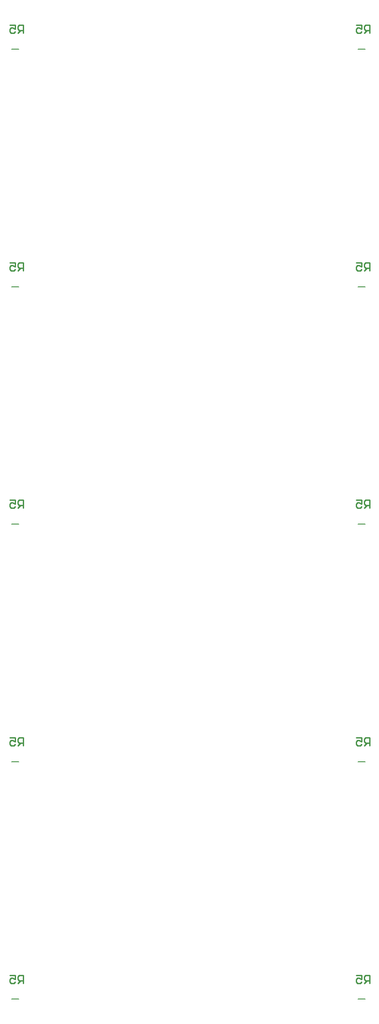
<source format=gbr>
%TF.GenerationSoftware,Altium Limited,Altium Designer,23.9.2 (47)*%
G04 Layer_Color=32896*
%FSLAX45Y45*%
%MOMM*%
%TF.SameCoordinates,AD479AB8-1AF9-481E-9C01-A3E3F564F201*%
%TF.FilePolarity,Positive*%
%TF.FileFunction,Legend,Bot*%
%TF.Part,CustomerPanel*%
G01*
G75*
%TA.AperFunction,NonConductor*%
%ADD48C,0.20000*%
%ADD51C,0.25400*%
D48*
X12381000Y9537700D02*
X12511000D01*
X18951601D02*
X19081599D01*
X12381000Y14038200D02*
X12511000D01*
X18951601D02*
X19081599D01*
X12381000Y18538699D02*
X12511000D01*
X18951601D02*
X19081599D01*
X12381000Y23039200D02*
X12511000D01*
X18951601D02*
X19081599D01*
X12381000Y27539700D02*
X12511000D01*
X18951601D02*
X19081599D01*
D51*
X12595860Y9839960D02*
Y9992311D01*
X12519685D01*
X12494293Y9966919D01*
Y9916135D01*
X12519685Y9890743D01*
X12595860D01*
X12545077D02*
X12494293Y9839960D01*
X12341942Y9992311D02*
X12443509D01*
Y9916135D01*
X12392726Y9941527D01*
X12367334D01*
X12341942Y9916135D01*
Y9865352D01*
X12367334Y9839960D01*
X12418117D01*
X12443509Y9865352D01*
X19166460Y9839960D02*
Y9992311D01*
X19090285D01*
X19064893Y9966919D01*
Y9916135D01*
X19090285Y9890743D01*
X19166460D01*
X19115677D02*
X19064893Y9839960D01*
X18912543Y9992311D02*
X19014108D01*
Y9916135D01*
X18963326Y9941527D01*
X18937933D01*
X18912543Y9916135D01*
Y9865352D01*
X18937933Y9839960D01*
X18988718D01*
X19014108Y9865352D01*
X12595860Y14340460D02*
Y14492812D01*
X12519685D01*
X12494293Y14467419D01*
Y14416635D01*
X12519685Y14391245D01*
X12595860D01*
X12545077D02*
X12494293Y14340460D01*
X12341942Y14492812D02*
X12443509D01*
Y14416635D01*
X12392726Y14442027D01*
X12367334D01*
X12341942Y14416635D01*
Y14365852D01*
X12367334Y14340460D01*
X12418117D01*
X12443509Y14365852D01*
X19166460Y14340460D02*
Y14492812D01*
X19090285D01*
X19064893Y14467419D01*
Y14416635D01*
X19090285Y14391245D01*
X19166460D01*
X19115677D02*
X19064893Y14340460D01*
X18912543Y14492812D02*
X19014108D01*
Y14416635D01*
X18963326Y14442027D01*
X18937933D01*
X18912543Y14416635D01*
Y14365852D01*
X18937933Y14340460D01*
X18988718D01*
X19014108Y14365852D01*
X12595860Y18840961D02*
Y18993311D01*
X12519685D01*
X12494293Y18967918D01*
Y18917136D01*
X12519685Y18891743D01*
X12595860D01*
X12545077D02*
X12494293Y18840961D01*
X12341942Y18993311D02*
X12443509D01*
Y18917136D01*
X12392726Y18942526D01*
X12367334D01*
X12341942Y18917136D01*
Y18866351D01*
X12367334Y18840961D01*
X12418117D01*
X12443509Y18866351D01*
X19166460Y18840961D02*
Y18993311D01*
X19090285D01*
X19064893Y18967918D01*
Y18917136D01*
X19090285Y18891743D01*
X19166460D01*
X19115677D02*
X19064893Y18840961D01*
X18912543Y18993311D02*
X19014108D01*
Y18917136D01*
X18963326Y18942526D01*
X18937933D01*
X18912543Y18917136D01*
Y18866351D01*
X18937933Y18840961D01*
X18988718D01*
X19014108Y18866351D01*
X12595860Y23341460D02*
Y23493811D01*
X12519685D01*
X12494293Y23468419D01*
Y23417635D01*
X12519685Y23392244D01*
X12595860D01*
X12545077D02*
X12494293Y23341460D01*
X12341942Y23493811D02*
X12443509D01*
Y23417635D01*
X12392726Y23443027D01*
X12367334D01*
X12341942Y23417635D01*
Y23366852D01*
X12367334Y23341460D01*
X12418117D01*
X12443509Y23366852D01*
X19166460Y23341460D02*
Y23493811D01*
X19090285D01*
X19064893Y23468419D01*
Y23417635D01*
X19090285Y23392244D01*
X19166460D01*
X19115677D02*
X19064893Y23341460D01*
X18912543Y23493811D02*
X19014108D01*
Y23417635D01*
X18963326Y23443027D01*
X18937933D01*
X18912543Y23417635D01*
Y23366852D01*
X18937933Y23341460D01*
X18988718D01*
X19014108Y23366852D01*
X12595860Y27841959D02*
Y27994312D01*
X12519685D01*
X12494293Y27968918D01*
Y27918134D01*
X12519685Y27892743D01*
X12595860D01*
X12545077D02*
X12494293Y27841959D01*
X12341942Y27994312D02*
X12443509D01*
Y27918134D01*
X12392726Y27943527D01*
X12367334D01*
X12341942Y27918134D01*
Y27867352D01*
X12367334Y27841959D01*
X12418117D01*
X12443509Y27867352D01*
X19166460Y27841959D02*
Y27994312D01*
X19090285D01*
X19064893Y27968918D01*
Y27918134D01*
X19090285Y27892743D01*
X19166460D01*
X19115677D02*
X19064893Y27841959D01*
X18912543Y27994312D02*
X19014108D01*
Y27918134D01*
X18963326Y27943527D01*
X18937933D01*
X18912543Y27918134D01*
Y27867352D01*
X18937933Y27841959D01*
X18988718D01*
X19014108Y27867352D01*
%TF.MD5,f7f0f15cf00123a4ae0e2106423666f8*%
M02*

</source>
